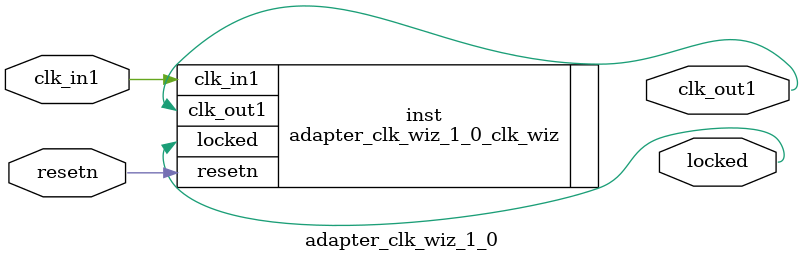
<source format=v>


`timescale 1ps/1ps

(* CORE_GENERATION_INFO = "adapter_clk_wiz_1_0,clk_wiz_v6_0_3_0_0,{component_name=adapter_clk_wiz_1_0,use_phase_alignment=true,use_min_o_jitter=false,use_max_i_jitter=false,use_dyn_phase_shift=false,use_inclk_switchover=false,use_dyn_reconfig=false,enable_axi=0,feedback_source=FDBK_AUTO,PRIMITIVE=MMCM,num_out_clk=1,clkin1_period=83.333,clkin2_period=10.0,use_power_down=false,use_reset=true,use_locked=true,use_inclk_stopped=false,feedback_type=SINGLE,CLOCK_MGR_TYPE=NA,manual_override=false}" *)

module adapter_clk_wiz_1_0 
 (
  // Clock out ports
  output        clk_out1,
  // Status and control signals
  input         resetn,
  output        locked,
 // Clock in ports
  input         clk_in1
 );

  adapter_clk_wiz_1_0_clk_wiz inst
  (
  // Clock out ports  
  .clk_out1(clk_out1),
  // Status and control signals               
  .resetn(resetn), 
  .locked(locked),
 // Clock in ports
  .clk_in1(clk_in1)
  );

endmodule

</source>
